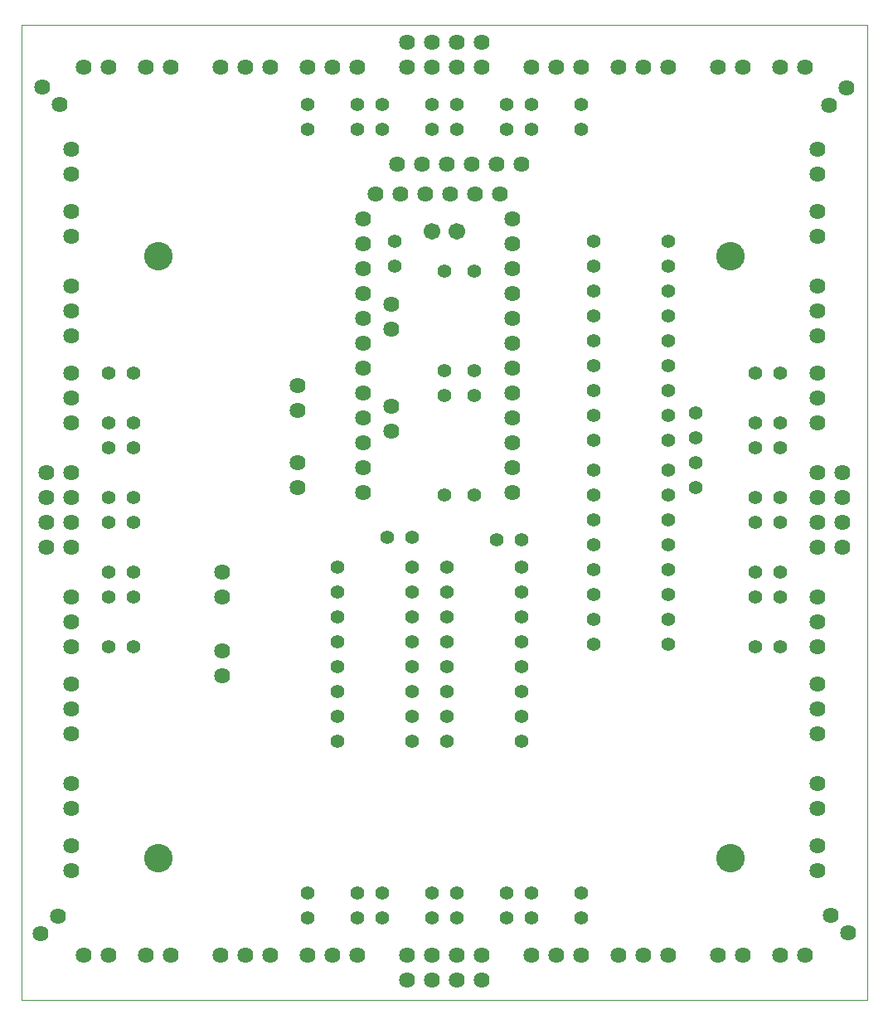
<source format=gts>
G75*
%MOIN*%
%OFA0B0*%
%FSLAX24Y24*%
%IPPOS*%
%LPD*%
%AMOC8*
5,1,8,0,0,1.08239X$1,22.5*
%
%ADD10C,0.0000*%
%ADD11C,0.1142*%
%ADD12C,0.0640*%
%ADD13C,0.0560*%
%ADD14C,0.0670*%
D10*
X000280Y000280D02*
X000280Y039480D01*
X034280Y039480D01*
X034280Y000280D01*
X000280Y000280D01*
X005229Y005980D02*
X005231Y006027D01*
X005237Y006073D01*
X005247Y006119D01*
X005260Y006164D01*
X005278Y006207D01*
X005299Y006249D01*
X005323Y006289D01*
X005351Y006326D01*
X005382Y006361D01*
X005416Y006394D01*
X005452Y006423D01*
X005491Y006449D01*
X005532Y006472D01*
X005575Y006491D01*
X005619Y006507D01*
X005664Y006519D01*
X005710Y006527D01*
X005757Y006531D01*
X005803Y006531D01*
X005850Y006527D01*
X005896Y006519D01*
X005941Y006507D01*
X005985Y006491D01*
X006028Y006472D01*
X006069Y006449D01*
X006108Y006423D01*
X006144Y006394D01*
X006178Y006361D01*
X006209Y006326D01*
X006237Y006289D01*
X006261Y006249D01*
X006282Y006207D01*
X006300Y006164D01*
X006313Y006119D01*
X006323Y006073D01*
X006329Y006027D01*
X006331Y005980D01*
X006329Y005933D01*
X006323Y005887D01*
X006313Y005841D01*
X006300Y005796D01*
X006282Y005753D01*
X006261Y005711D01*
X006237Y005671D01*
X006209Y005634D01*
X006178Y005599D01*
X006144Y005566D01*
X006108Y005537D01*
X006069Y005511D01*
X006028Y005488D01*
X005985Y005469D01*
X005941Y005453D01*
X005896Y005441D01*
X005850Y005433D01*
X005803Y005429D01*
X005757Y005429D01*
X005710Y005433D01*
X005664Y005441D01*
X005619Y005453D01*
X005575Y005469D01*
X005532Y005488D01*
X005491Y005511D01*
X005452Y005537D01*
X005416Y005566D01*
X005382Y005599D01*
X005351Y005634D01*
X005323Y005671D01*
X005299Y005711D01*
X005278Y005753D01*
X005260Y005796D01*
X005247Y005841D01*
X005237Y005887D01*
X005231Y005933D01*
X005229Y005980D01*
X005229Y030180D02*
X005231Y030227D01*
X005237Y030273D01*
X005247Y030319D01*
X005260Y030364D01*
X005278Y030407D01*
X005299Y030449D01*
X005323Y030489D01*
X005351Y030526D01*
X005382Y030561D01*
X005416Y030594D01*
X005452Y030623D01*
X005491Y030649D01*
X005532Y030672D01*
X005575Y030691D01*
X005619Y030707D01*
X005664Y030719D01*
X005710Y030727D01*
X005757Y030731D01*
X005803Y030731D01*
X005850Y030727D01*
X005896Y030719D01*
X005941Y030707D01*
X005985Y030691D01*
X006028Y030672D01*
X006069Y030649D01*
X006108Y030623D01*
X006144Y030594D01*
X006178Y030561D01*
X006209Y030526D01*
X006237Y030489D01*
X006261Y030449D01*
X006282Y030407D01*
X006300Y030364D01*
X006313Y030319D01*
X006323Y030273D01*
X006329Y030227D01*
X006331Y030180D01*
X006329Y030133D01*
X006323Y030087D01*
X006313Y030041D01*
X006300Y029996D01*
X006282Y029953D01*
X006261Y029911D01*
X006237Y029871D01*
X006209Y029834D01*
X006178Y029799D01*
X006144Y029766D01*
X006108Y029737D01*
X006069Y029711D01*
X006028Y029688D01*
X005985Y029669D01*
X005941Y029653D01*
X005896Y029641D01*
X005850Y029633D01*
X005803Y029629D01*
X005757Y029629D01*
X005710Y029633D01*
X005664Y029641D01*
X005619Y029653D01*
X005575Y029669D01*
X005532Y029688D01*
X005491Y029711D01*
X005452Y029737D01*
X005416Y029766D01*
X005382Y029799D01*
X005351Y029834D01*
X005323Y029871D01*
X005299Y029911D01*
X005278Y029953D01*
X005260Y029996D01*
X005247Y030041D01*
X005237Y030087D01*
X005231Y030133D01*
X005229Y030180D01*
X028229Y030180D02*
X028231Y030227D01*
X028237Y030273D01*
X028247Y030319D01*
X028260Y030364D01*
X028278Y030407D01*
X028299Y030449D01*
X028323Y030489D01*
X028351Y030526D01*
X028382Y030561D01*
X028416Y030594D01*
X028452Y030623D01*
X028491Y030649D01*
X028532Y030672D01*
X028575Y030691D01*
X028619Y030707D01*
X028664Y030719D01*
X028710Y030727D01*
X028757Y030731D01*
X028803Y030731D01*
X028850Y030727D01*
X028896Y030719D01*
X028941Y030707D01*
X028985Y030691D01*
X029028Y030672D01*
X029069Y030649D01*
X029108Y030623D01*
X029144Y030594D01*
X029178Y030561D01*
X029209Y030526D01*
X029237Y030489D01*
X029261Y030449D01*
X029282Y030407D01*
X029300Y030364D01*
X029313Y030319D01*
X029323Y030273D01*
X029329Y030227D01*
X029331Y030180D01*
X029329Y030133D01*
X029323Y030087D01*
X029313Y030041D01*
X029300Y029996D01*
X029282Y029953D01*
X029261Y029911D01*
X029237Y029871D01*
X029209Y029834D01*
X029178Y029799D01*
X029144Y029766D01*
X029108Y029737D01*
X029069Y029711D01*
X029028Y029688D01*
X028985Y029669D01*
X028941Y029653D01*
X028896Y029641D01*
X028850Y029633D01*
X028803Y029629D01*
X028757Y029629D01*
X028710Y029633D01*
X028664Y029641D01*
X028619Y029653D01*
X028575Y029669D01*
X028532Y029688D01*
X028491Y029711D01*
X028452Y029737D01*
X028416Y029766D01*
X028382Y029799D01*
X028351Y029834D01*
X028323Y029871D01*
X028299Y029911D01*
X028278Y029953D01*
X028260Y029996D01*
X028247Y030041D01*
X028237Y030087D01*
X028231Y030133D01*
X028229Y030180D01*
X028229Y005980D02*
X028231Y006027D01*
X028237Y006073D01*
X028247Y006119D01*
X028260Y006164D01*
X028278Y006207D01*
X028299Y006249D01*
X028323Y006289D01*
X028351Y006326D01*
X028382Y006361D01*
X028416Y006394D01*
X028452Y006423D01*
X028491Y006449D01*
X028532Y006472D01*
X028575Y006491D01*
X028619Y006507D01*
X028664Y006519D01*
X028710Y006527D01*
X028757Y006531D01*
X028803Y006531D01*
X028850Y006527D01*
X028896Y006519D01*
X028941Y006507D01*
X028985Y006491D01*
X029028Y006472D01*
X029069Y006449D01*
X029108Y006423D01*
X029144Y006394D01*
X029178Y006361D01*
X029209Y006326D01*
X029237Y006289D01*
X029261Y006249D01*
X029282Y006207D01*
X029300Y006164D01*
X029313Y006119D01*
X029323Y006073D01*
X029329Y006027D01*
X029331Y005980D01*
X029329Y005933D01*
X029323Y005887D01*
X029313Y005841D01*
X029300Y005796D01*
X029282Y005753D01*
X029261Y005711D01*
X029237Y005671D01*
X029209Y005634D01*
X029178Y005599D01*
X029144Y005566D01*
X029108Y005537D01*
X029069Y005511D01*
X029028Y005488D01*
X028985Y005469D01*
X028941Y005453D01*
X028896Y005441D01*
X028850Y005433D01*
X028803Y005429D01*
X028757Y005429D01*
X028710Y005433D01*
X028664Y005441D01*
X028619Y005453D01*
X028575Y005469D01*
X028532Y005488D01*
X028491Y005511D01*
X028452Y005537D01*
X028416Y005566D01*
X028382Y005599D01*
X028351Y005634D01*
X028323Y005671D01*
X028299Y005711D01*
X028278Y005753D01*
X028260Y005796D01*
X028247Y005841D01*
X028237Y005887D01*
X028231Y005933D01*
X028229Y005980D01*
D11*
X028780Y005980D03*
X028780Y030180D03*
X005780Y030180D03*
X005780Y005980D03*
D12*
X002280Y005480D03*
X002280Y006480D03*
X002280Y007980D03*
X002280Y008980D03*
X002280Y010980D03*
X002280Y011980D03*
X002280Y012980D03*
X002280Y014480D03*
X002280Y015480D03*
X002280Y016480D03*
X002280Y018480D03*
X002280Y019480D03*
X002280Y020480D03*
X002280Y021480D03*
X001280Y021480D03*
X001280Y020480D03*
X001280Y019480D03*
X001280Y018480D03*
X002280Y023480D03*
X002280Y024480D03*
X002280Y025480D03*
X002280Y026980D03*
X002280Y027980D03*
X002280Y028980D03*
X002280Y030980D03*
X002280Y031980D03*
X002280Y033480D03*
X002280Y034480D03*
X001834Y036268D03*
X001126Y036975D03*
X002780Y037780D03*
X003780Y037780D03*
X005280Y037780D03*
X006280Y037780D03*
X008280Y037780D03*
X009280Y037780D03*
X010280Y037780D03*
X011780Y037780D03*
X012780Y037780D03*
X013780Y037780D03*
X015780Y037780D03*
X015780Y038780D03*
X016780Y038780D03*
X016780Y037780D03*
X017780Y037780D03*
X017780Y038780D03*
X018780Y038780D03*
X018780Y037780D03*
X020780Y037780D03*
X021780Y037780D03*
X022780Y037780D03*
X024280Y037780D03*
X025280Y037780D03*
X026280Y037780D03*
X028280Y037780D03*
X029280Y037780D03*
X030780Y037780D03*
X031780Y037780D03*
X032768Y036226D03*
X033475Y036934D03*
X032280Y034480D03*
X032280Y033480D03*
X032280Y031980D03*
X032280Y030980D03*
X032280Y028980D03*
X032280Y027980D03*
X032280Y026980D03*
X032280Y025480D03*
X032280Y024480D03*
X032280Y023480D03*
X032280Y021480D03*
X032280Y020480D03*
X032280Y019480D03*
X032280Y018480D03*
X033280Y018480D03*
X033280Y019480D03*
X033280Y020480D03*
X033280Y021480D03*
X032280Y016480D03*
X032280Y015480D03*
X032280Y014480D03*
X032280Y012980D03*
X032280Y011980D03*
X032280Y010980D03*
X032280Y008980D03*
X032280Y007980D03*
X032280Y006480D03*
X032280Y005480D03*
X032826Y003675D03*
X033534Y002968D03*
X031780Y002080D03*
X030780Y002080D03*
X029280Y002080D03*
X028280Y002080D03*
X026280Y002080D03*
X025280Y002080D03*
X024280Y002080D03*
X022780Y002080D03*
X021780Y002080D03*
X020780Y002080D03*
X018780Y002080D03*
X018780Y001080D03*
X017780Y001080D03*
X017780Y002080D03*
X016780Y002080D03*
X016780Y001080D03*
X015780Y001080D03*
X015780Y002080D03*
X013780Y002080D03*
X012780Y002080D03*
X011780Y002080D03*
X010280Y002080D03*
X009280Y002080D03*
X008280Y002080D03*
X006280Y002080D03*
X005280Y002080D03*
X003780Y002080D03*
X002780Y002080D03*
X001775Y003634D03*
X001068Y002926D03*
X008360Y013300D03*
X008360Y014300D03*
X008360Y016460D03*
X008360Y017460D03*
X011380Y020880D03*
X011380Y021880D03*
X011380Y023980D03*
X011380Y024980D03*
X014030Y024680D03*
X014030Y025680D03*
X014030Y026680D03*
X014030Y027680D03*
X014030Y028680D03*
X014030Y029680D03*
X014030Y030680D03*
X014030Y031680D03*
X014530Y032680D03*
X015530Y032680D03*
X016530Y032680D03*
X017530Y032680D03*
X018530Y032680D03*
X019530Y032680D03*
X020030Y031680D03*
X020030Y030680D03*
X020030Y029680D03*
X020030Y028680D03*
X020030Y027680D03*
X020030Y026680D03*
X020030Y025680D03*
X020030Y024680D03*
X020030Y023680D03*
X020030Y022680D03*
X020030Y021680D03*
X020030Y020680D03*
X015155Y023118D03*
X015155Y024118D03*
X014030Y023680D03*
X014030Y022680D03*
X014030Y021680D03*
X014030Y020680D03*
X015155Y027243D03*
X015155Y028243D03*
X015380Y033880D03*
X016380Y033880D03*
X017380Y033880D03*
X018380Y033880D03*
X019380Y033880D03*
X020380Y033880D03*
D13*
X020780Y035280D03*
X020780Y036280D03*
X019780Y036280D03*
X019780Y035280D03*
X017780Y035280D03*
X017780Y036280D03*
X016780Y036280D03*
X016780Y035280D03*
X014780Y035280D03*
X014780Y036280D03*
X013780Y036280D03*
X013780Y035280D03*
X011780Y035280D03*
X011780Y036280D03*
X015280Y030780D03*
X015280Y029780D03*
X017280Y029580D03*
X018480Y029580D03*
X018480Y025580D03*
X018480Y024580D03*
X017280Y024580D03*
X017280Y025580D03*
X017280Y020580D03*
X018480Y020580D03*
X019380Y018780D03*
X020380Y018780D03*
X020380Y017680D03*
X020380Y016680D03*
X020380Y015680D03*
X020380Y014680D03*
X020380Y013680D03*
X020380Y012680D03*
X020380Y011680D03*
X020380Y010680D03*
X017380Y010680D03*
X017380Y011680D03*
X017380Y012680D03*
X017380Y013680D03*
X017380Y014680D03*
X017380Y015680D03*
X017380Y016680D03*
X017380Y017680D03*
X015980Y017680D03*
X015980Y016680D03*
X015980Y015680D03*
X015980Y014680D03*
X015980Y013680D03*
X015980Y012680D03*
X015980Y011680D03*
X015980Y010680D03*
X012980Y010680D03*
X012980Y011680D03*
X012980Y012680D03*
X012980Y013680D03*
X012980Y014680D03*
X012980Y015680D03*
X012980Y016680D03*
X012980Y017680D03*
X014980Y018880D03*
X015980Y018880D03*
X023280Y018580D03*
X023280Y017580D03*
X023280Y016580D03*
X023280Y015580D03*
X023280Y014580D03*
X026280Y014580D03*
X026280Y015580D03*
X026280Y016580D03*
X026280Y017580D03*
X026280Y018580D03*
X026280Y019580D03*
X026280Y020580D03*
X026280Y021580D03*
X027380Y021880D03*
X027380Y022880D03*
X027380Y023880D03*
X026280Y023780D03*
X026280Y022780D03*
X026280Y024780D03*
X026280Y025780D03*
X026280Y026780D03*
X026280Y027780D03*
X026280Y028780D03*
X026280Y029780D03*
X026280Y030780D03*
X023280Y030780D03*
X023280Y029780D03*
X023280Y028780D03*
X023280Y027780D03*
X023280Y026780D03*
X023280Y025780D03*
X023280Y024780D03*
X023280Y023780D03*
X023280Y022780D03*
X023280Y021580D03*
X023280Y020580D03*
X023280Y019580D03*
X027380Y020880D03*
X029780Y020480D03*
X029780Y019480D03*
X030780Y019480D03*
X030780Y020480D03*
X030780Y022480D03*
X030780Y023480D03*
X029780Y023480D03*
X029780Y022480D03*
X029780Y025480D03*
X030780Y025480D03*
X030780Y017480D03*
X030780Y016480D03*
X029780Y016480D03*
X029780Y017480D03*
X029780Y014480D03*
X030780Y014480D03*
X022780Y004580D03*
X022780Y003580D03*
X020780Y003580D03*
X020780Y004580D03*
X019780Y004580D03*
X019780Y003580D03*
X017780Y003580D03*
X017780Y004580D03*
X016780Y004580D03*
X016780Y003580D03*
X014780Y003580D03*
X014780Y004580D03*
X013780Y004580D03*
X013780Y003580D03*
X011780Y003580D03*
X011780Y004580D03*
X004780Y014480D03*
X003780Y014480D03*
X003780Y016480D03*
X003780Y017480D03*
X004780Y017480D03*
X004780Y016480D03*
X004780Y019480D03*
X004780Y020480D03*
X003780Y020480D03*
X003780Y019480D03*
X003780Y022480D03*
X003780Y023480D03*
X004780Y023480D03*
X004780Y022480D03*
X004780Y025480D03*
X003780Y025480D03*
X022780Y035280D03*
X022780Y036280D03*
D14*
X017780Y031180D03*
X016780Y031180D03*
M02*

</source>
